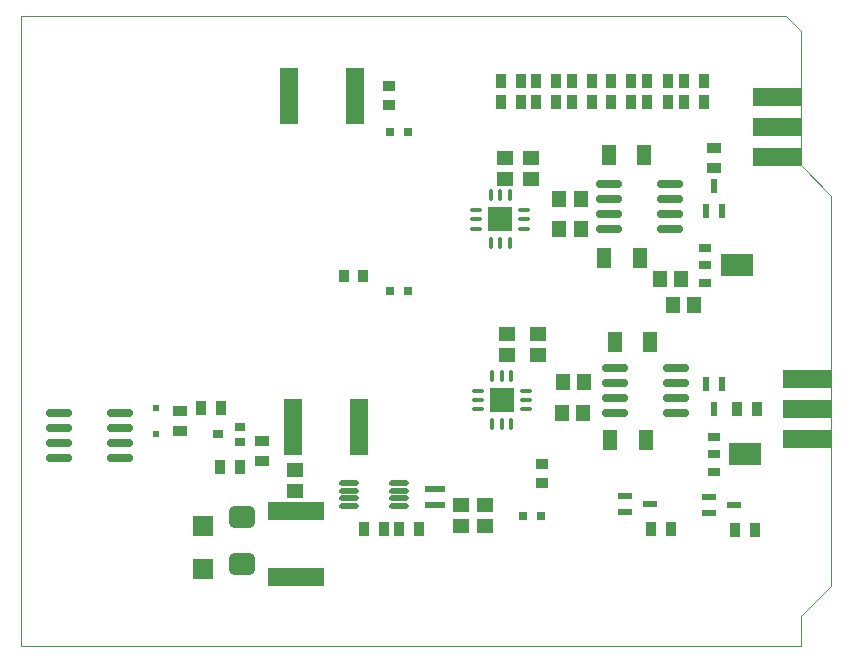
<source format=gtp>
G04*
G04 #@! TF.GenerationSoftware,Altium Limited,CircuitStudio,1.5.1 (13)*
G04*
G04 Layer_Color=7318015*
%FSLAX24Y24*%
%MOIN*%
G70*
G01*
G75*
%ADD11R,0.0630X0.1890*%
G04:AMPARAMS|DCode=12|XSize=27.6mil|YSize=43.3mil|CornerRadius=2.8mil|HoleSize=0mil|Usage=FLASHONLY|Rotation=270.000|XOffset=0mil|YOffset=0mil|HoleType=Round|Shape=RoundedRectangle|*
%AMROUNDEDRECTD12*
21,1,0.0276,0.0378,0,0,270.0*
21,1,0.0220,0.0433,0,0,270.0*
1,1,0.0055,-0.0189,-0.0110*
1,1,0.0055,-0.0189,0.0110*
1,1,0.0055,0.0189,0.0110*
1,1,0.0055,0.0189,-0.0110*
%
%ADD12ROUNDEDRECTD12*%
%ADD14R,0.0571X0.0453*%
%ADD15R,0.0453X0.0709*%
%ADD16R,0.0453X0.0571*%
%ADD17R,0.0197X0.0492*%
%ADD18R,0.0512X0.0335*%
%ADD19R,0.0335X0.0512*%
%ADD20R,0.0492X0.0197*%
%ADD21R,0.0394X0.0354*%
%ADD22R,0.0354X0.0394*%
G04:AMPARAMS|DCode=23|XSize=23.6mil|YSize=86.6mil|CornerRadius=5.3mil|HoleSize=0mil|Usage=FLASHONLY|Rotation=270.000|XOffset=0mil|YOffset=0mil|HoleType=Round|Shape=RoundedRectangle|*
%AMROUNDEDRECTD23*
21,1,0.0236,0.0760,0,0,270.0*
21,1,0.0130,0.0866,0,0,270.0*
1,1,0.0106,-0.0380,-0.0065*
1,1,0.0106,-0.0380,0.0065*
1,1,0.0106,0.0380,0.0065*
1,1,0.0106,0.0380,-0.0065*
%
%ADD23ROUNDEDRECTD23*%
G04:AMPARAMS|DCode=24|XSize=71mil|YSize=87mil|CornerRadius=16mil|HoleSize=0mil|Usage=FLASHONLY|Rotation=90.000|XOffset=0mil|YOffset=0mil|HoleType=Round|Shape=RoundedRectangle|*
%AMROUNDEDRECTD24*
21,1,0.0710,0.0550,0,0,90.0*
21,1,0.0390,0.0870,0,0,90.0*
1,1,0.0320,0.0275,0.0195*
1,1,0.0320,0.0275,-0.0195*
1,1,0.0320,-0.0275,-0.0195*
1,1,0.0320,-0.0275,0.0195*
%
%ADD24ROUNDEDRECTD24*%
%ADD25R,0.0661X0.0669*%
%ADD26R,0.1890X0.0630*%
%ADD27R,0.0709X0.0236*%
%ADD29O,0.0669X0.0177*%
%ADD30R,0.0354X0.0276*%
%ADD31R,0.0315X0.0315*%
%ADD32R,0.1600X0.0600*%
%ADD33O,0.0413X0.0118*%
%ADD34O,0.0118X0.0413*%
%ADD35R,0.0839X0.0839*%
%ADD43C,0.0039*%
%ADD67R,0.0433X0.0276*%
%ADD68R,0.1063X0.0748*%
%ADD69R,0.0197X0.0197*%
D11*
X27602Y58312D02*
D03*
X25398D02*
D03*
X27720Y47289D02*
D03*
X25516D02*
D03*
D12*
X39276Y52092D02*
D03*
Y53273D02*
D03*
X39551Y45793D02*
D03*
Y46974D02*
D03*
D14*
X33469Y55556D02*
D03*
Y56265D02*
D03*
X32602Y55556D02*
D03*
Y56265D02*
D03*
X33705Y49690D02*
D03*
Y50399D02*
D03*
X32681Y49690D02*
D03*
Y50399D02*
D03*
X31933Y43982D02*
D03*
Y44690D02*
D03*
X31146D02*
D03*
Y43982D02*
D03*
X25594Y45871D02*
D03*
Y45163D02*
D03*
D15*
X36067Y56344D02*
D03*
X37248D02*
D03*
X37091Y52919D02*
D03*
X35909D02*
D03*
X36264Y50123D02*
D03*
X37445D02*
D03*
X37287Y46856D02*
D03*
X36106D02*
D03*
D16*
X34413Y54887D02*
D03*
X35122D02*
D03*
X34413Y53903D02*
D03*
X35122D02*
D03*
X38468Y52210D02*
D03*
X37760D02*
D03*
X34532Y48785D02*
D03*
X35240D02*
D03*
X34492Y47761D02*
D03*
X35201D02*
D03*
X38193Y51344D02*
D03*
X38902D02*
D03*
D17*
X39571Y55324D02*
D03*
X39827Y54478D02*
D03*
X39315D02*
D03*
X39571Y47889D02*
D03*
X39315Y48735D02*
D03*
X39827D02*
D03*
D18*
X39571Y55930D02*
D03*
Y56600D02*
D03*
X24492Y46167D02*
D03*
Y46836D02*
D03*
X21776Y47820D02*
D03*
Y47151D02*
D03*
D19*
X39236Y58115D02*
D03*
X38567D02*
D03*
X37346D02*
D03*
X38016D02*
D03*
X36795D02*
D03*
X36126D02*
D03*
X36795Y58824D02*
D03*
X36126D02*
D03*
X37346Y58824D02*
D03*
X38016D02*
D03*
X39236Y58824D02*
D03*
X38567D02*
D03*
X34827Y58115D02*
D03*
X35496D02*
D03*
X34315D02*
D03*
X33646D02*
D03*
X32465D02*
D03*
X33134D02*
D03*
X32465Y58824D02*
D03*
X33134D02*
D03*
X34315Y58824D02*
D03*
X33646D02*
D03*
X34827Y58824D02*
D03*
X35496D02*
D03*
X40929Y43863D02*
D03*
X40260D02*
D03*
X38134Y43903D02*
D03*
X37465D02*
D03*
X40995Y47905D02*
D03*
X40326D02*
D03*
X23764Y45950D02*
D03*
X23094D02*
D03*
X23134Y47919D02*
D03*
X22465D02*
D03*
X29748Y43903D02*
D03*
X29079D02*
D03*
X28567D02*
D03*
X27898D02*
D03*
D20*
X39384Y44946D02*
D03*
Y44434D02*
D03*
X40230Y44690D02*
D03*
X36589Y44985D02*
D03*
Y44474D02*
D03*
X37435Y44730D02*
D03*
D21*
X28744Y58667D02*
D03*
Y58037D02*
D03*
X33823Y46068D02*
D03*
Y45438D02*
D03*
D22*
X27248Y52328D02*
D03*
X27878D02*
D03*
D23*
X38311Y47759D02*
D03*
Y48259D02*
D03*
Y49259D02*
D03*
X36264Y47759D02*
D03*
Y48259D02*
D03*
Y49259D02*
D03*
X38311Y48759D02*
D03*
X36264D02*
D03*
X19768Y46763D02*
D03*
X17721D02*
D03*
X19768Y46263D02*
D03*
Y47263D02*
D03*
Y47763D02*
D03*
X17721Y46263D02*
D03*
Y47263D02*
D03*
Y47763D02*
D03*
X38114Y53901D02*
D03*
Y54401D02*
D03*
Y55401D02*
D03*
X36067Y53901D02*
D03*
Y54401D02*
D03*
Y55401D02*
D03*
X38114Y54901D02*
D03*
X36067D02*
D03*
D24*
X23823Y42712D02*
D03*
Y44309D02*
D03*
D25*
X22524Y42568D02*
D03*
Y43978D02*
D03*
D26*
X25634Y42289D02*
D03*
Y44493D02*
D03*
D27*
X30280Y45232D02*
D03*
Y44700D02*
D03*
D29*
X29059Y44661D02*
D03*
Y44917D02*
D03*
Y45173D02*
D03*
Y45428D02*
D03*
X27406Y44661D02*
D03*
Y44917D02*
D03*
Y45173D02*
D03*
Y45428D02*
D03*
D30*
X23016Y47052D02*
D03*
X23764Y47308D02*
D03*
Y46797D02*
D03*
D31*
X33803Y44336D02*
D03*
X33213D02*
D03*
X28764Y51816D02*
D03*
X29354D02*
D03*
Y57131D02*
D03*
X28764D02*
D03*
D32*
X42661Y48905D02*
D03*
Y46905D02*
D03*
Y47905D02*
D03*
X41661Y58305D02*
D03*
Y56305D02*
D03*
Y57305D02*
D03*
D33*
X31648Y54533D02*
D03*
Y54218D02*
D03*
Y53903D02*
D03*
X33242D02*
D03*
Y54218D02*
D03*
Y54533D02*
D03*
X33282Y48509D02*
D03*
Y48194D02*
D03*
Y47879D02*
D03*
X31687D02*
D03*
Y48194D02*
D03*
Y48509D02*
D03*
D34*
X32130Y53421D02*
D03*
X32445D02*
D03*
X32760D02*
D03*
Y55015D02*
D03*
X32445D02*
D03*
X32130D02*
D03*
X32169Y48991D02*
D03*
X32484D02*
D03*
X32799D02*
D03*
Y47397D02*
D03*
X32484D02*
D03*
X32169D02*
D03*
D35*
X32445Y54218D02*
D03*
X32484Y48194D02*
D03*
D43*
X16461Y40005D02*
Y60989D01*
X43461Y42005D02*
Y55005D01*
X16461Y60989D02*
X41961D01*
X42453Y60497D01*
Y56013D02*
Y60497D01*
Y56013D02*
X43461Y55005D01*
X16461Y40005D02*
X41961D01*
X42461Y41005D02*
X43461Y42005D01*
X42461Y40005D02*
Y41005D01*
X41961Y40005D02*
X42461D01*
D67*
X39275Y52682D02*
D03*
X39551Y46383D02*
D03*
D68*
X40319Y52682D02*
D03*
X40594Y46383D02*
D03*
D69*
X20949Y47919D02*
D03*
Y47052D02*
D03*
M02*

</source>
